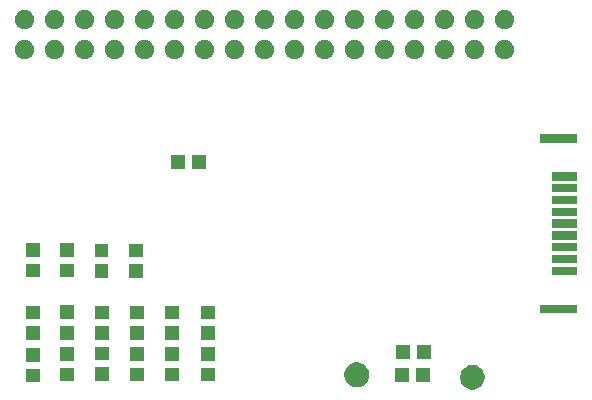
<source format=gbs>
G04 #@! TF.GenerationSoftware,KiCad,Pcbnew,(5.0.2)-1*
G04 #@! TF.CreationDate,2018-12-31T23:20:11+09:00*
G04 #@! TF.ProjectId,hdmi,68646d69-2e6b-4696-9361-645f70636258,rev?*
G04 #@! TF.SameCoordinates,Original*
G04 #@! TF.FileFunction,Soldermask,Bot*
G04 #@! TF.FilePolarity,Negative*
%FSLAX46Y46*%
G04 Gerber Fmt 4.6, Leading zero omitted, Abs format (unit mm)*
G04 Created by KiCad (PCBNEW (5.0.2)-1) date 2018/12/31 23:20:11*
%MOMM*%
%LPD*%
G01*
G04 APERTURE LIST*
%ADD10C,0.150000*%
G04 APERTURE END LIST*
D10*
G36*
X140506565Y-126989389D02*
X140697834Y-127068615D01*
X140869976Y-127183637D01*
X141016363Y-127330024D01*
X141131385Y-127502166D01*
X141210611Y-127693435D01*
X141251000Y-127896484D01*
X141251000Y-128103516D01*
X141210611Y-128306565D01*
X141131385Y-128497834D01*
X141016363Y-128669976D01*
X140869976Y-128816363D01*
X140697834Y-128931385D01*
X140506565Y-129010611D01*
X140303516Y-129051000D01*
X140096484Y-129051000D01*
X139893435Y-129010611D01*
X139702166Y-128931385D01*
X139530024Y-128816363D01*
X139383637Y-128669976D01*
X139268615Y-128497834D01*
X139189389Y-128306565D01*
X139149000Y-128103516D01*
X139149000Y-127896484D01*
X139189389Y-127693435D01*
X139268615Y-127502166D01*
X139383637Y-127330024D01*
X139530024Y-127183637D01*
X139702166Y-127068615D01*
X139893435Y-126989389D01*
X140096484Y-126949000D01*
X140303516Y-126949000D01*
X140506565Y-126989389D01*
X140506565Y-126989389D01*
G37*
G36*
X130706565Y-126789389D02*
X130897834Y-126868615D01*
X131069976Y-126983637D01*
X131216363Y-127130024D01*
X131331385Y-127302166D01*
X131410611Y-127493435D01*
X131451000Y-127696484D01*
X131451000Y-127903516D01*
X131410611Y-128106565D01*
X131331385Y-128297834D01*
X131216363Y-128469976D01*
X131069976Y-128616363D01*
X130897834Y-128731385D01*
X130706565Y-128810611D01*
X130503516Y-128851000D01*
X130296484Y-128851000D01*
X130093435Y-128810611D01*
X129902166Y-128731385D01*
X129730024Y-128616363D01*
X129583637Y-128469976D01*
X129468615Y-128297834D01*
X129389389Y-128106565D01*
X129349000Y-127903516D01*
X129349000Y-127696484D01*
X129389389Y-127493435D01*
X129468615Y-127302166D01*
X129583637Y-127130024D01*
X129730024Y-126983637D01*
X129902166Y-126868615D01*
X130093435Y-126789389D01*
X130296484Y-126749000D01*
X130503516Y-126749000D01*
X130706565Y-126789389D01*
X130706565Y-126789389D01*
G37*
G36*
X103590750Y-128449270D02*
X102409250Y-128449270D01*
X102409250Y-127298250D01*
X103590750Y-127298250D01*
X103590750Y-128449270D01*
X103590750Y-128449270D01*
G37*
G36*
X134821750Y-128410750D02*
X133670730Y-128410750D01*
X133670730Y-127229250D01*
X134821750Y-127229250D01*
X134821750Y-128410750D01*
X134821750Y-128410750D01*
G37*
G36*
X136569270Y-128410750D02*
X135418250Y-128410750D01*
X135418250Y-127229250D01*
X136569270Y-127229250D01*
X136569270Y-128410750D01*
X136569270Y-128410750D01*
G37*
G36*
X118390750Y-128349270D02*
X117209250Y-128349270D01*
X117209250Y-127198250D01*
X118390750Y-127198250D01*
X118390750Y-128349270D01*
X118390750Y-128349270D01*
G37*
G36*
X112390750Y-128349270D02*
X111209250Y-128349270D01*
X111209250Y-127198250D01*
X112390750Y-127198250D01*
X112390750Y-128349270D01*
X112390750Y-128349270D01*
G37*
G36*
X106490750Y-128349270D02*
X105309250Y-128349270D01*
X105309250Y-127198250D01*
X106490750Y-127198250D01*
X106490750Y-128349270D01*
X106490750Y-128349270D01*
G37*
G36*
X115390750Y-128349270D02*
X114209250Y-128349270D01*
X114209250Y-127198250D01*
X115390750Y-127198250D01*
X115390750Y-128349270D01*
X115390750Y-128349270D01*
G37*
G36*
X109390750Y-128323270D02*
X108209250Y-128323270D01*
X108209250Y-127172250D01*
X109390750Y-127172250D01*
X109390750Y-128323270D01*
X109390750Y-128323270D01*
G37*
G36*
X103590750Y-126701750D02*
X102409250Y-126701750D01*
X102409250Y-125550730D01*
X103590750Y-125550730D01*
X103590750Y-126701750D01*
X103590750Y-126701750D01*
G37*
G36*
X118390750Y-126601750D02*
X117209250Y-126601750D01*
X117209250Y-125450730D01*
X118390750Y-125450730D01*
X118390750Y-126601750D01*
X118390750Y-126601750D01*
G37*
G36*
X115390750Y-126601750D02*
X114209250Y-126601750D01*
X114209250Y-125450730D01*
X115390750Y-125450730D01*
X115390750Y-126601750D01*
X115390750Y-126601750D01*
G37*
G36*
X112390750Y-126601750D02*
X111209250Y-126601750D01*
X111209250Y-125450730D01*
X112390750Y-125450730D01*
X112390750Y-126601750D01*
X112390750Y-126601750D01*
G37*
G36*
X106490750Y-126601750D02*
X105309250Y-126601750D01*
X105309250Y-125450730D01*
X106490750Y-125450730D01*
X106490750Y-126601750D01*
X106490750Y-126601750D01*
G37*
G36*
X109390750Y-126575750D02*
X108209250Y-126575750D01*
X108209250Y-125424730D01*
X109390750Y-125424730D01*
X109390750Y-126575750D01*
X109390750Y-126575750D01*
G37*
G36*
X134901750Y-126490750D02*
X133750730Y-126490750D01*
X133750730Y-125309250D01*
X134901750Y-125309250D01*
X134901750Y-126490750D01*
X134901750Y-126490750D01*
G37*
G36*
X136649270Y-126490750D02*
X135498250Y-126490750D01*
X135498250Y-125309250D01*
X136649270Y-125309250D01*
X136649270Y-126490750D01*
X136649270Y-126490750D01*
G37*
G36*
X112390750Y-124849270D02*
X111209250Y-124849270D01*
X111209250Y-123698250D01*
X112390750Y-123698250D01*
X112390750Y-124849270D01*
X112390750Y-124849270D01*
G37*
G36*
X115390750Y-124849270D02*
X114209250Y-124849270D01*
X114209250Y-123698250D01*
X115390750Y-123698250D01*
X115390750Y-124849270D01*
X115390750Y-124849270D01*
G37*
G36*
X118390750Y-124849270D02*
X117209250Y-124849270D01*
X117209250Y-123698250D01*
X118390750Y-123698250D01*
X118390750Y-124849270D01*
X118390750Y-124849270D01*
G37*
G36*
X103590750Y-124849270D02*
X102409250Y-124849270D01*
X102409250Y-123698250D01*
X103590750Y-123698250D01*
X103590750Y-124849270D01*
X103590750Y-124849270D01*
G37*
G36*
X109390750Y-124849270D02*
X108209250Y-124849270D01*
X108209250Y-123698250D01*
X109390750Y-123698250D01*
X109390750Y-124849270D01*
X109390750Y-124849270D01*
G37*
G36*
X106490750Y-124823270D02*
X105309250Y-124823270D01*
X105309250Y-123672250D01*
X106490750Y-123672250D01*
X106490750Y-124823270D01*
X106490750Y-124823270D01*
G37*
G36*
X112390750Y-123101750D02*
X111209250Y-123101750D01*
X111209250Y-121950730D01*
X112390750Y-121950730D01*
X112390750Y-123101750D01*
X112390750Y-123101750D01*
G37*
G36*
X103590750Y-123101750D02*
X102409250Y-123101750D01*
X102409250Y-121950730D01*
X103590750Y-121950730D01*
X103590750Y-123101750D01*
X103590750Y-123101750D01*
G37*
G36*
X118390750Y-123101750D02*
X117209250Y-123101750D01*
X117209250Y-121950730D01*
X118390750Y-121950730D01*
X118390750Y-123101750D01*
X118390750Y-123101750D01*
G37*
G36*
X109390750Y-123101750D02*
X108209250Y-123101750D01*
X108209250Y-121950730D01*
X109390750Y-121950730D01*
X109390750Y-123101750D01*
X109390750Y-123101750D01*
G37*
G36*
X115390750Y-123101750D02*
X114209250Y-123101750D01*
X114209250Y-121950730D01*
X115390750Y-121950730D01*
X115390750Y-123101750D01*
X115390750Y-123101750D01*
G37*
G36*
X106490750Y-123075750D02*
X105309250Y-123075750D01*
X105309250Y-121924730D01*
X106490750Y-121924730D01*
X106490750Y-123075750D01*
X106490750Y-123075750D01*
G37*
G36*
X149051000Y-122551000D02*
X145949000Y-122551000D01*
X145949000Y-121849000D01*
X149051000Y-121849000D01*
X149051000Y-122551000D01*
X149051000Y-122551000D01*
G37*
G36*
X112310750Y-119609270D02*
X111129250Y-119609270D01*
X111129250Y-118458250D01*
X112310750Y-118458250D01*
X112310750Y-119609270D01*
X112310750Y-119609270D01*
G37*
G36*
X109380750Y-119589270D02*
X108199250Y-119589270D01*
X108199250Y-118438250D01*
X109380750Y-118438250D01*
X109380750Y-119589270D01*
X109380750Y-119589270D01*
G37*
G36*
X106440750Y-119549270D02*
X105259250Y-119549270D01*
X105259250Y-118398250D01*
X106440750Y-118398250D01*
X106440750Y-119549270D01*
X106440750Y-119549270D01*
G37*
G36*
X103580750Y-119539270D02*
X102399250Y-119539270D01*
X102399250Y-118388250D01*
X103580750Y-118388250D01*
X103580750Y-119539270D01*
X103580750Y-119539270D01*
G37*
G36*
X149051000Y-119351000D02*
X146949000Y-119351000D01*
X146949000Y-118649000D01*
X149051000Y-118649000D01*
X149051000Y-119351000D01*
X149051000Y-119351000D01*
G37*
G36*
X149051000Y-118351000D02*
X146949000Y-118351000D01*
X146949000Y-117649000D01*
X149051000Y-117649000D01*
X149051000Y-118351000D01*
X149051000Y-118351000D01*
G37*
G36*
X112310750Y-117861750D02*
X111129250Y-117861750D01*
X111129250Y-116710730D01*
X112310750Y-116710730D01*
X112310750Y-117861750D01*
X112310750Y-117861750D01*
G37*
G36*
X109380750Y-117841750D02*
X108199250Y-117841750D01*
X108199250Y-116690730D01*
X109380750Y-116690730D01*
X109380750Y-117841750D01*
X109380750Y-117841750D01*
G37*
G36*
X106440750Y-117801750D02*
X105259250Y-117801750D01*
X105259250Y-116650730D01*
X106440750Y-116650730D01*
X106440750Y-117801750D01*
X106440750Y-117801750D01*
G37*
G36*
X103580750Y-117791750D02*
X102399250Y-117791750D01*
X102399250Y-116640730D01*
X103580750Y-116640730D01*
X103580750Y-117791750D01*
X103580750Y-117791750D01*
G37*
G36*
X149051000Y-117351000D02*
X146949000Y-117351000D01*
X146949000Y-116649000D01*
X149051000Y-116649000D01*
X149051000Y-117351000D01*
X149051000Y-117351000D01*
G37*
G36*
X149051000Y-116351000D02*
X146949000Y-116351000D01*
X146949000Y-115649000D01*
X149051000Y-115649000D01*
X149051000Y-116351000D01*
X149051000Y-116351000D01*
G37*
G36*
X149051000Y-115351000D02*
X146949000Y-115351000D01*
X146949000Y-114649000D01*
X149051000Y-114649000D01*
X149051000Y-115351000D01*
X149051000Y-115351000D01*
G37*
G36*
X149051000Y-114351000D02*
X146949000Y-114351000D01*
X146949000Y-113649000D01*
X149051000Y-113649000D01*
X149051000Y-114351000D01*
X149051000Y-114351000D01*
G37*
G36*
X149051000Y-113351000D02*
X146949000Y-113351000D01*
X146949000Y-112649000D01*
X149051000Y-112649000D01*
X149051000Y-113351000D01*
X149051000Y-113351000D01*
G37*
G36*
X149051000Y-112351000D02*
X146949000Y-112351000D01*
X146949000Y-111649000D01*
X149051000Y-111649000D01*
X149051000Y-112351000D01*
X149051000Y-112351000D01*
G37*
G36*
X149051000Y-111351000D02*
X146949000Y-111351000D01*
X146949000Y-110649000D01*
X149051000Y-110649000D01*
X149051000Y-111351000D01*
X149051000Y-111351000D01*
G37*
G36*
X117609270Y-110400750D02*
X116458250Y-110400750D01*
X116458250Y-109219250D01*
X117609270Y-109219250D01*
X117609270Y-110400750D01*
X117609270Y-110400750D01*
G37*
G36*
X115861750Y-110400750D02*
X114710730Y-110400750D01*
X114710730Y-109219250D01*
X115861750Y-109219250D01*
X115861750Y-110400750D01*
X115861750Y-110400750D01*
G37*
G36*
X149051000Y-108151000D02*
X145949000Y-108151000D01*
X145949000Y-107449000D01*
X149051000Y-107449000D01*
X149051000Y-108151000D01*
X149051000Y-108151000D01*
G37*
G36*
X125377142Y-99488242D02*
X125525102Y-99549530D01*
X125658258Y-99638502D01*
X125771498Y-99751742D01*
X125860470Y-99884898D01*
X125921758Y-100032858D01*
X125953000Y-100189925D01*
X125953000Y-100350075D01*
X125921758Y-100507142D01*
X125860470Y-100655102D01*
X125771498Y-100788258D01*
X125658258Y-100901498D01*
X125525102Y-100990470D01*
X125377142Y-101051758D01*
X125220075Y-101083000D01*
X125059925Y-101083000D01*
X124902858Y-101051758D01*
X124754898Y-100990470D01*
X124621742Y-100901498D01*
X124508502Y-100788258D01*
X124419530Y-100655102D01*
X124358242Y-100507142D01*
X124327000Y-100350075D01*
X124327000Y-100189925D01*
X124358242Y-100032858D01*
X124419530Y-99884898D01*
X124508502Y-99751742D01*
X124621742Y-99638502D01*
X124754898Y-99549530D01*
X124902858Y-99488242D01*
X125059925Y-99457000D01*
X125220075Y-99457000D01*
X125377142Y-99488242D01*
X125377142Y-99488242D01*
G37*
G36*
X130457142Y-99488242D02*
X130605102Y-99549530D01*
X130738258Y-99638502D01*
X130851498Y-99751742D01*
X130940470Y-99884898D01*
X131001758Y-100032858D01*
X131033000Y-100189925D01*
X131033000Y-100350075D01*
X131001758Y-100507142D01*
X130940470Y-100655102D01*
X130851498Y-100788258D01*
X130738258Y-100901498D01*
X130605102Y-100990470D01*
X130457142Y-101051758D01*
X130300075Y-101083000D01*
X130139925Y-101083000D01*
X129982858Y-101051758D01*
X129834898Y-100990470D01*
X129701742Y-100901498D01*
X129588502Y-100788258D01*
X129499530Y-100655102D01*
X129438242Y-100507142D01*
X129407000Y-100350075D01*
X129407000Y-100189925D01*
X129438242Y-100032858D01*
X129499530Y-99884898D01*
X129588502Y-99751742D01*
X129701742Y-99638502D01*
X129834898Y-99549530D01*
X129982858Y-99488242D01*
X130139925Y-99457000D01*
X130300075Y-99457000D01*
X130457142Y-99488242D01*
X130457142Y-99488242D01*
G37*
G36*
X132997142Y-99488242D02*
X133145102Y-99549530D01*
X133278258Y-99638502D01*
X133391498Y-99751742D01*
X133480470Y-99884898D01*
X133541758Y-100032858D01*
X133573000Y-100189925D01*
X133573000Y-100350075D01*
X133541758Y-100507142D01*
X133480470Y-100655102D01*
X133391498Y-100788258D01*
X133278258Y-100901498D01*
X133145102Y-100990470D01*
X132997142Y-101051758D01*
X132840075Y-101083000D01*
X132679925Y-101083000D01*
X132522858Y-101051758D01*
X132374898Y-100990470D01*
X132241742Y-100901498D01*
X132128502Y-100788258D01*
X132039530Y-100655102D01*
X131978242Y-100507142D01*
X131947000Y-100350075D01*
X131947000Y-100189925D01*
X131978242Y-100032858D01*
X132039530Y-99884898D01*
X132128502Y-99751742D01*
X132241742Y-99638502D01*
X132374898Y-99549530D01*
X132522858Y-99488242D01*
X132679925Y-99457000D01*
X132840075Y-99457000D01*
X132997142Y-99488242D01*
X132997142Y-99488242D01*
G37*
G36*
X127917142Y-99488242D02*
X128065102Y-99549530D01*
X128198258Y-99638502D01*
X128311498Y-99751742D01*
X128400470Y-99884898D01*
X128461758Y-100032858D01*
X128493000Y-100189925D01*
X128493000Y-100350075D01*
X128461758Y-100507142D01*
X128400470Y-100655102D01*
X128311498Y-100788258D01*
X128198258Y-100901498D01*
X128065102Y-100990470D01*
X127917142Y-101051758D01*
X127760075Y-101083000D01*
X127599925Y-101083000D01*
X127442858Y-101051758D01*
X127294898Y-100990470D01*
X127161742Y-100901498D01*
X127048502Y-100788258D01*
X126959530Y-100655102D01*
X126898242Y-100507142D01*
X126867000Y-100350075D01*
X126867000Y-100189925D01*
X126898242Y-100032858D01*
X126959530Y-99884898D01*
X127048502Y-99751742D01*
X127161742Y-99638502D01*
X127294898Y-99549530D01*
X127442858Y-99488242D01*
X127599925Y-99457000D01*
X127760075Y-99457000D01*
X127917142Y-99488242D01*
X127917142Y-99488242D01*
G37*
G36*
X122837142Y-99488242D02*
X122985102Y-99549530D01*
X123118258Y-99638502D01*
X123231498Y-99751742D01*
X123320470Y-99884898D01*
X123381758Y-100032858D01*
X123413000Y-100189925D01*
X123413000Y-100350075D01*
X123381758Y-100507142D01*
X123320470Y-100655102D01*
X123231498Y-100788258D01*
X123118258Y-100901498D01*
X122985102Y-100990470D01*
X122837142Y-101051758D01*
X122680075Y-101083000D01*
X122519925Y-101083000D01*
X122362858Y-101051758D01*
X122214898Y-100990470D01*
X122081742Y-100901498D01*
X121968502Y-100788258D01*
X121879530Y-100655102D01*
X121818242Y-100507142D01*
X121787000Y-100350075D01*
X121787000Y-100189925D01*
X121818242Y-100032858D01*
X121879530Y-99884898D01*
X121968502Y-99751742D01*
X122081742Y-99638502D01*
X122214898Y-99549530D01*
X122362858Y-99488242D01*
X122519925Y-99457000D01*
X122680075Y-99457000D01*
X122837142Y-99488242D01*
X122837142Y-99488242D01*
G37*
G36*
X117757142Y-99488242D02*
X117905102Y-99549530D01*
X118038258Y-99638502D01*
X118151498Y-99751742D01*
X118240470Y-99884898D01*
X118301758Y-100032858D01*
X118333000Y-100189925D01*
X118333000Y-100350075D01*
X118301758Y-100507142D01*
X118240470Y-100655102D01*
X118151498Y-100788258D01*
X118038258Y-100901498D01*
X117905102Y-100990470D01*
X117757142Y-101051758D01*
X117600075Y-101083000D01*
X117439925Y-101083000D01*
X117282858Y-101051758D01*
X117134898Y-100990470D01*
X117001742Y-100901498D01*
X116888502Y-100788258D01*
X116799530Y-100655102D01*
X116738242Y-100507142D01*
X116707000Y-100350075D01*
X116707000Y-100189925D01*
X116738242Y-100032858D01*
X116799530Y-99884898D01*
X116888502Y-99751742D01*
X117001742Y-99638502D01*
X117134898Y-99549530D01*
X117282858Y-99488242D01*
X117439925Y-99457000D01*
X117600075Y-99457000D01*
X117757142Y-99488242D01*
X117757142Y-99488242D01*
G37*
G36*
X115217142Y-99488242D02*
X115365102Y-99549530D01*
X115498258Y-99638502D01*
X115611498Y-99751742D01*
X115700470Y-99884898D01*
X115761758Y-100032858D01*
X115793000Y-100189925D01*
X115793000Y-100350075D01*
X115761758Y-100507142D01*
X115700470Y-100655102D01*
X115611498Y-100788258D01*
X115498258Y-100901498D01*
X115365102Y-100990470D01*
X115217142Y-101051758D01*
X115060075Y-101083000D01*
X114899925Y-101083000D01*
X114742858Y-101051758D01*
X114594898Y-100990470D01*
X114461742Y-100901498D01*
X114348502Y-100788258D01*
X114259530Y-100655102D01*
X114198242Y-100507142D01*
X114167000Y-100350075D01*
X114167000Y-100189925D01*
X114198242Y-100032858D01*
X114259530Y-99884898D01*
X114348502Y-99751742D01*
X114461742Y-99638502D01*
X114594898Y-99549530D01*
X114742858Y-99488242D01*
X114899925Y-99457000D01*
X115060075Y-99457000D01*
X115217142Y-99488242D01*
X115217142Y-99488242D01*
G37*
G36*
X112677142Y-99488242D02*
X112825102Y-99549530D01*
X112958258Y-99638502D01*
X113071498Y-99751742D01*
X113160470Y-99884898D01*
X113221758Y-100032858D01*
X113253000Y-100189925D01*
X113253000Y-100350075D01*
X113221758Y-100507142D01*
X113160470Y-100655102D01*
X113071498Y-100788258D01*
X112958258Y-100901498D01*
X112825102Y-100990470D01*
X112677142Y-101051758D01*
X112520075Y-101083000D01*
X112359925Y-101083000D01*
X112202858Y-101051758D01*
X112054898Y-100990470D01*
X111921742Y-100901498D01*
X111808502Y-100788258D01*
X111719530Y-100655102D01*
X111658242Y-100507142D01*
X111627000Y-100350075D01*
X111627000Y-100189925D01*
X111658242Y-100032858D01*
X111719530Y-99884898D01*
X111808502Y-99751742D01*
X111921742Y-99638502D01*
X112054898Y-99549530D01*
X112202858Y-99488242D01*
X112359925Y-99457000D01*
X112520075Y-99457000D01*
X112677142Y-99488242D01*
X112677142Y-99488242D01*
G37*
G36*
X107597142Y-99488242D02*
X107745102Y-99549530D01*
X107878258Y-99638502D01*
X107991498Y-99751742D01*
X108080470Y-99884898D01*
X108141758Y-100032858D01*
X108173000Y-100189925D01*
X108173000Y-100350075D01*
X108141758Y-100507142D01*
X108080470Y-100655102D01*
X107991498Y-100788258D01*
X107878258Y-100901498D01*
X107745102Y-100990470D01*
X107597142Y-101051758D01*
X107440075Y-101083000D01*
X107279925Y-101083000D01*
X107122858Y-101051758D01*
X106974898Y-100990470D01*
X106841742Y-100901498D01*
X106728502Y-100788258D01*
X106639530Y-100655102D01*
X106578242Y-100507142D01*
X106547000Y-100350075D01*
X106547000Y-100189925D01*
X106578242Y-100032858D01*
X106639530Y-99884898D01*
X106728502Y-99751742D01*
X106841742Y-99638502D01*
X106974898Y-99549530D01*
X107122858Y-99488242D01*
X107279925Y-99457000D01*
X107440075Y-99457000D01*
X107597142Y-99488242D01*
X107597142Y-99488242D01*
G37*
G36*
X110137142Y-99488242D02*
X110285102Y-99549530D01*
X110418258Y-99638502D01*
X110531498Y-99751742D01*
X110620470Y-99884898D01*
X110681758Y-100032858D01*
X110713000Y-100189925D01*
X110713000Y-100350075D01*
X110681758Y-100507142D01*
X110620470Y-100655102D01*
X110531498Y-100788258D01*
X110418258Y-100901498D01*
X110285102Y-100990470D01*
X110137142Y-101051758D01*
X109980075Y-101083000D01*
X109819925Y-101083000D01*
X109662858Y-101051758D01*
X109514898Y-100990470D01*
X109381742Y-100901498D01*
X109268502Y-100788258D01*
X109179530Y-100655102D01*
X109118242Y-100507142D01*
X109087000Y-100350075D01*
X109087000Y-100189925D01*
X109118242Y-100032858D01*
X109179530Y-99884898D01*
X109268502Y-99751742D01*
X109381742Y-99638502D01*
X109514898Y-99549530D01*
X109662858Y-99488242D01*
X109819925Y-99457000D01*
X109980075Y-99457000D01*
X110137142Y-99488242D01*
X110137142Y-99488242D01*
G37*
G36*
X120297142Y-99488242D02*
X120445102Y-99549530D01*
X120578258Y-99638502D01*
X120691498Y-99751742D01*
X120780470Y-99884898D01*
X120841758Y-100032858D01*
X120873000Y-100189925D01*
X120873000Y-100350075D01*
X120841758Y-100507142D01*
X120780470Y-100655102D01*
X120691498Y-100788258D01*
X120578258Y-100901498D01*
X120445102Y-100990470D01*
X120297142Y-101051758D01*
X120140075Y-101083000D01*
X119979925Y-101083000D01*
X119822858Y-101051758D01*
X119674898Y-100990470D01*
X119541742Y-100901498D01*
X119428502Y-100788258D01*
X119339530Y-100655102D01*
X119278242Y-100507142D01*
X119247000Y-100350075D01*
X119247000Y-100189925D01*
X119278242Y-100032858D01*
X119339530Y-99884898D01*
X119428502Y-99751742D01*
X119541742Y-99638502D01*
X119674898Y-99549530D01*
X119822858Y-99488242D01*
X119979925Y-99457000D01*
X120140075Y-99457000D01*
X120297142Y-99488242D01*
X120297142Y-99488242D01*
G37*
G36*
X135537142Y-99488242D02*
X135685102Y-99549530D01*
X135818258Y-99638502D01*
X135931498Y-99751742D01*
X136020470Y-99884898D01*
X136081758Y-100032858D01*
X136113000Y-100189925D01*
X136113000Y-100350075D01*
X136081758Y-100507142D01*
X136020470Y-100655102D01*
X135931498Y-100788258D01*
X135818258Y-100901498D01*
X135685102Y-100990470D01*
X135537142Y-101051758D01*
X135380075Y-101083000D01*
X135219925Y-101083000D01*
X135062858Y-101051758D01*
X134914898Y-100990470D01*
X134781742Y-100901498D01*
X134668502Y-100788258D01*
X134579530Y-100655102D01*
X134518242Y-100507142D01*
X134487000Y-100350075D01*
X134487000Y-100189925D01*
X134518242Y-100032858D01*
X134579530Y-99884898D01*
X134668502Y-99751742D01*
X134781742Y-99638502D01*
X134914898Y-99549530D01*
X135062858Y-99488242D01*
X135219925Y-99457000D01*
X135380075Y-99457000D01*
X135537142Y-99488242D01*
X135537142Y-99488242D01*
G37*
G36*
X138077142Y-99488242D02*
X138225102Y-99549530D01*
X138358258Y-99638502D01*
X138471498Y-99751742D01*
X138560470Y-99884898D01*
X138621758Y-100032858D01*
X138653000Y-100189925D01*
X138653000Y-100350075D01*
X138621758Y-100507142D01*
X138560470Y-100655102D01*
X138471498Y-100788258D01*
X138358258Y-100901498D01*
X138225102Y-100990470D01*
X138077142Y-101051758D01*
X137920075Y-101083000D01*
X137759925Y-101083000D01*
X137602858Y-101051758D01*
X137454898Y-100990470D01*
X137321742Y-100901498D01*
X137208502Y-100788258D01*
X137119530Y-100655102D01*
X137058242Y-100507142D01*
X137027000Y-100350075D01*
X137027000Y-100189925D01*
X137058242Y-100032858D01*
X137119530Y-99884898D01*
X137208502Y-99751742D01*
X137321742Y-99638502D01*
X137454898Y-99549530D01*
X137602858Y-99488242D01*
X137759925Y-99457000D01*
X137920075Y-99457000D01*
X138077142Y-99488242D01*
X138077142Y-99488242D01*
G37*
G36*
X140617142Y-99488242D02*
X140765102Y-99549530D01*
X140898258Y-99638502D01*
X141011498Y-99751742D01*
X141100470Y-99884898D01*
X141161758Y-100032858D01*
X141193000Y-100189925D01*
X141193000Y-100350075D01*
X141161758Y-100507142D01*
X141100470Y-100655102D01*
X141011498Y-100788258D01*
X140898258Y-100901498D01*
X140765102Y-100990470D01*
X140617142Y-101051758D01*
X140460075Y-101083000D01*
X140299925Y-101083000D01*
X140142858Y-101051758D01*
X139994898Y-100990470D01*
X139861742Y-100901498D01*
X139748502Y-100788258D01*
X139659530Y-100655102D01*
X139598242Y-100507142D01*
X139567000Y-100350075D01*
X139567000Y-100189925D01*
X139598242Y-100032858D01*
X139659530Y-99884898D01*
X139748502Y-99751742D01*
X139861742Y-99638502D01*
X139994898Y-99549530D01*
X140142858Y-99488242D01*
X140299925Y-99457000D01*
X140460075Y-99457000D01*
X140617142Y-99488242D01*
X140617142Y-99488242D01*
G37*
G36*
X143157142Y-99488242D02*
X143305102Y-99549530D01*
X143438258Y-99638502D01*
X143551498Y-99751742D01*
X143640470Y-99884898D01*
X143701758Y-100032858D01*
X143733000Y-100189925D01*
X143733000Y-100350075D01*
X143701758Y-100507142D01*
X143640470Y-100655102D01*
X143551498Y-100788258D01*
X143438258Y-100901498D01*
X143305102Y-100990470D01*
X143157142Y-101051758D01*
X143000075Y-101083000D01*
X142839925Y-101083000D01*
X142682858Y-101051758D01*
X142534898Y-100990470D01*
X142401742Y-100901498D01*
X142288502Y-100788258D01*
X142199530Y-100655102D01*
X142138242Y-100507142D01*
X142107000Y-100350075D01*
X142107000Y-100189925D01*
X142138242Y-100032858D01*
X142199530Y-99884898D01*
X142288502Y-99751742D01*
X142401742Y-99638502D01*
X142534898Y-99549530D01*
X142682858Y-99488242D01*
X142839925Y-99457000D01*
X143000075Y-99457000D01*
X143157142Y-99488242D01*
X143157142Y-99488242D01*
G37*
G36*
X102517142Y-99488242D02*
X102665102Y-99549530D01*
X102798258Y-99638502D01*
X102911498Y-99751742D01*
X103000470Y-99884898D01*
X103061758Y-100032858D01*
X103093000Y-100189925D01*
X103093000Y-100350075D01*
X103061758Y-100507142D01*
X103000470Y-100655102D01*
X102911498Y-100788258D01*
X102798258Y-100901498D01*
X102665102Y-100990470D01*
X102517142Y-101051758D01*
X102360075Y-101083000D01*
X102199925Y-101083000D01*
X102042858Y-101051758D01*
X101894898Y-100990470D01*
X101761742Y-100901498D01*
X101648502Y-100788258D01*
X101559530Y-100655102D01*
X101498242Y-100507142D01*
X101467000Y-100350075D01*
X101467000Y-100189925D01*
X101498242Y-100032858D01*
X101559530Y-99884898D01*
X101648502Y-99751742D01*
X101761742Y-99638502D01*
X101894898Y-99549530D01*
X102042858Y-99488242D01*
X102199925Y-99457000D01*
X102360075Y-99457000D01*
X102517142Y-99488242D01*
X102517142Y-99488242D01*
G37*
G36*
X105057142Y-99488242D02*
X105205102Y-99549530D01*
X105338258Y-99638502D01*
X105451498Y-99751742D01*
X105540470Y-99884898D01*
X105601758Y-100032858D01*
X105633000Y-100189925D01*
X105633000Y-100350075D01*
X105601758Y-100507142D01*
X105540470Y-100655102D01*
X105451498Y-100788258D01*
X105338258Y-100901498D01*
X105205102Y-100990470D01*
X105057142Y-101051758D01*
X104900075Y-101083000D01*
X104739925Y-101083000D01*
X104582858Y-101051758D01*
X104434898Y-100990470D01*
X104301742Y-100901498D01*
X104188502Y-100788258D01*
X104099530Y-100655102D01*
X104038242Y-100507142D01*
X104007000Y-100350075D01*
X104007000Y-100189925D01*
X104038242Y-100032858D01*
X104099530Y-99884898D01*
X104188502Y-99751742D01*
X104301742Y-99638502D01*
X104434898Y-99549530D01*
X104582858Y-99488242D01*
X104739925Y-99457000D01*
X104900075Y-99457000D01*
X105057142Y-99488242D01*
X105057142Y-99488242D01*
G37*
G36*
X143157142Y-96948242D02*
X143305102Y-97009530D01*
X143438258Y-97098502D01*
X143551498Y-97211742D01*
X143640470Y-97344898D01*
X143701758Y-97492858D01*
X143733000Y-97649925D01*
X143733000Y-97810075D01*
X143701758Y-97967142D01*
X143640470Y-98115102D01*
X143551498Y-98248258D01*
X143438258Y-98361498D01*
X143305102Y-98450470D01*
X143157142Y-98511758D01*
X143000075Y-98543000D01*
X142839925Y-98543000D01*
X142682858Y-98511758D01*
X142534898Y-98450470D01*
X142401742Y-98361498D01*
X142288502Y-98248258D01*
X142199530Y-98115102D01*
X142138242Y-97967142D01*
X142107000Y-97810075D01*
X142107000Y-97649925D01*
X142138242Y-97492858D01*
X142199530Y-97344898D01*
X142288502Y-97211742D01*
X142401742Y-97098502D01*
X142534898Y-97009530D01*
X142682858Y-96948242D01*
X142839925Y-96917000D01*
X143000075Y-96917000D01*
X143157142Y-96948242D01*
X143157142Y-96948242D01*
G37*
G36*
X127917142Y-96948242D02*
X128065102Y-97009530D01*
X128198258Y-97098502D01*
X128311498Y-97211742D01*
X128400470Y-97344898D01*
X128461758Y-97492858D01*
X128493000Y-97649925D01*
X128493000Y-97810075D01*
X128461758Y-97967142D01*
X128400470Y-98115102D01*
X128311498Y-98248258D01*
X128198258Y-98361498D01*
X128065102Y-98450470D01*
X127917142Y-98511758D01*
X127760075Y-98543000D01*
X127599925Y-98543000D01*
X127442858Y-98511758D01*
X127294898Y-98450470D01*
X127161742Y-98361498D01*
X127048502Y-98248258D01*
X126959530Y-98115102D01*
X126898242Y-97967142D01*
X126867000Y-97810075D01*
X126867000Y-97649925D01*
X126898242Y-97492858D01*
X126959530Y-97344898D01*
X127048502Y-97211742D01*
X127161742Y-97098502D01*
X127294898Y-97009530D01*
X127442858Y-96948242D01*
X127599925Y-96917000D01*
X127760075Y-96917000D01*
X127917142Y-96948242D01*
X127917142Y-96948242D01*
G37*
G36*
X105057142Y-96948242D02*
X105205102Y-97009530D01*
X105338258Y-97098502D01*
X105451498Y-97211742D01*
X105540470Y-97344898D01*
X105601758Y-97492858D01*
X105633000Y-97649925D01*
X105633000Y-97810075D01*
X105601758Y-97967142D01*
X105540470Y-98115102D01*
X105451498Y-98248258D01*
X105338258Y-98361498D01*
X105205102Y-98450470D01*
X105057142Y-98511758D01*
X104900075Y-98543000D01*
X104739925Y-98543000D01*
X104582858Y-98511758D01*
X104434898Y-98450470D01*
X104301742Y-98361498D01*
X104188502Y-98248258D01*
X104099530Y-98115102D01*
X104038242Y-97967142D01*
X104007000Y-97810075D01*
X104007000Y-97649925D01*
X104038242Y-97492858D01*
X104099530Y-97344898D01*
X104188502Y-97211742D01*
X104301742Y-97098502D01*
X104434898Y-97009530D01*
X104582858Y-96948242D01*
X104739925Y-96917000D01*
X104900075Y-96917000D01*
X105057142Y-96948242D01*
X105057142Y-96948242D01*
G37*
G36*
X107597142Y-96948242D02*
X107745102Y-97009530D01*
X107878258Y-97098502D01*
X107991498Y-97211742D01*
X108080470Y-97344898D01*
X108141758Y-97492858D01*
X108173000Y-97649925D01*
X108173000Y-97810075D01*
X108141758Y-97967142D01*
X108080470Y-98115102D01*
X107991498Y-98248258D01*
X107878258Y-98361498D01*
X107745102Y-98450470D01*
X107597142Y-98511758D01*
X107440075Y-98543000D01*
X107279925Y-98543000D01*
X107122858Y-98511758D01*
X106974898Y-98450470D01*
X106841742Y-98361498D01*
X106728502Y-98248258D01*
X106639530Y-98115102D01*
X106578242Y-97967142D01*
X106547000Y-97810075D01*
X106547000Y-97649925D01*
X106578242Y-97492858D01*
X106639530Y-97344898D01*
X106728502Y-97211742D01*
X106841742Y-97098502D01*
X106974898Y-97009530D01*
X107122858Y-96948242D01*
X107279925Y-96917000D01*
X107440075Y-96917000D01*
X107597142Y-96948242D01*
X107597142Y-96948242D01*
G37*
G36*
X130457142Y-96948242D02*
X130605102Y-97009530D01*
X130738258Y-97098502D01*
X130851498Y-97211742D01*
X130940470Y-97344898D01*
X131001758Y-97492858D01*
X131033000Y-97649925D01*
X131033000Y-97810075D01*
X131001758Y-97967142D01*
X130940470Y-98115102D01*
X130851498Y-98248258D01*
X130738258Y-98361498D01*
X130605102Y-98450470D01*
X130457142Y-98511758D01*
X130300075Y-98543000D01*
X130139925Y-98543000D01*
X129982858Y-98511758D01*
X129834898Y-98450470D01*
X129701742Y-98361498D01*
X129588502Y-98248258D01*
X129499530Y-98115102D01*
X129438242Y-97967142D01*
X129407000Y-97810075D01*
X129407000Y-97649925D01*
X129438242Y-97492858D01*
X129499530Y-97344898D01*
X129588502Y-97211742D01*
X129701742Y-97098502D01*
X129834898Y-97009530D01*
X129982858Y-96948242D01*
X130139925Y-96917000D01*
X130300075Y-96917000D01*
X130457142Y-96948242D01*
X130457142Y-96948242D01*
G37*
G36*
X110137142Y-96948242D02*
X110285102Y-97009530D01*
X110418258Y-97098502D01*
X110531498Y-97211742D01*
X110620470Y-97344898D01*
X110681758Y-97492858D01*
X110713000Y-97649925D01*
X110713000Y-97810075D01*
X110681758Y-97967142D01*
X110620470Y-98115102D01*
X110531498Y-98248258D01*
X110418258Y-98361498D01*
X110285102Y-98450470D01*
X110137142Y-98511758D01*
X109980075Y-98543000D01*
X109819925Y-98543000D01*
X109662858Y-98511758D01*
X109514898Y-98450470D01*
X109381742Y-98361498D01*
X109268502Y-98248258D01*
X109179530Y-98115102D01*
X109118242Y-97967142D01*
X109087000Y-97810075D01*
X109087000Y-97649925D01*
X109118242Y-97492858D01*
X109179530Y-97344898D01*
X109268502Y-97211742D01*
X109381742Y-97098502D01*
X109514898Y-97009530D01*
X109662858Y-96948242D01*
X109819925Y-96917000D01*
X109980075Y-96917000D01*
X110137142Y-96948242D01*
X110137142Y-96948242D01*
G37*
G36*
X132997142Y-96948242D02*
X133145102Y-97009530D01*
X133278258Y-97098502D01*
X133391498Y-97211742D01*
X133480470Y-97344898D01*
X133541758Y-97492858D01*
X133573000Y-97649925D01*
X133573000Y-97810075D01*
X133541758Y-97967142D01*
X133480470Y-98115102D01*
X133391498Y-98248258D01*
X133278258Y-98361498D01*
X133145102Y-98450470D01*
X132997142Y-98511758D01*
X132840075Y-98543000D01*
X132679925Y-98543000D01*
X132522858Y-98511758D01*
X132374898Y-98450470D01*
X132241742Y-98361498D01*
X132128502Y-98248258D01*
X132039530Y-98115102D01*
X131978242Y-97967142D01*
X131947000Y-97810075D01*
X131947000Y-97649925D01*
X131978242Y-97492858D01*
X132039530Y-97344898D01*
X132128502Y-97211742D01*
X132241742Y-97098502D01*
X132374898Y-97009530D01*
X132522858Y-96948242D01*
X132679925Y-96917000D01*
X132840075Y-96917000D01*
X132997142Y-96948242D01*
X132997142Y-96948242D01*
G37*
G36*
X112677142Y-96948242D02*
X112825102Y-97009530D01*
X112958258Y-97098502D01*
X113071498Y-97211742D01*
X113160470Y-97344898D01*
X113221758Y-97492858D01*
X113253000Y-97649925D01*
X113253000Y-97810075D01*
X113221758Y-97967142D01*
X113160470Y-98115102D01*
X113071498Y-98248258D01*
X112958258Y-98361498D01*
X112825102Y-98450470D01*
X112677142Y-98511758D01*
X112520075Y-98543000D01*
X112359925Y-98543000D01*
X112202858Y-98511758D01*
X112054898Y-98450470D01*
X111921742Y-98361498D01*
X111808502Y-98248258D01*
X111719530Y-98115102D01*
X111658242Y-97967142D01*
X111627000Y-97810075D01*
X111627000Y-97649925D01*
X111658242Y-97492858D01*
X111719530Y-97344898D01*
X111808502Y-97211742D01*
X111921742Y-97098502D01*
X112054898Y-97009530D01*
X112202858Y-96948242D01*
X112359925Y-96917000D01*
X112520075Y-96917000D01*
X112677142Y-96948242D01*
X112677142Y-96948242D01*
G37*
G36*
X138077142Y-96948242D02*
X138225102Y-97009530D01*
X138358258Y-97098502D01*
X138471498Y-97211742D01*
X138560470Y-97344898D01*
X138621758Y-97492858D01*
X138653000Y-97649925D01*
X138653000Y-97810075D01*
X138621758Y-97967142D01*
X138560470Y-98115102D01*
X138471498Y-98248258D01*
X138358258Y-98361498D01*
X138225102Y-98450470D01*
X138077142Y-98511758D01*
X137920075Y-98543000D01*
X137759925Y-98543000D01*
X137602858Y-98511758D01*
X137454898Y-98450470D01*
X137321742Y-98361498D01*
X137208502Y-98248258D01*
X137119530Y-98115102D01*
X137058242Y-97967142D01*
X137027000Y-97810075D01*
X137027000Y-97649925D01*
X137058242Y-97492858D01*
X137119530Y-97344898D01*
X137208502Y-97211742D01*
X137321742Y-97098502D01*
X137454898Y-97009530D01*
X137602858Y-96948242D01*
X137759925Y-96917000D01*
X137920075Y-96917000D01*
X138077142Y-96948242D01*
X138077142Y-96948242D01*
G37*
G36*
X115217142Y-96948242D02*
X115365102Y-97009530D01*
X115498258Y-97098502D01*
X115611498Y-97211742D01*
X115700470Y-97344898D01*
X115761758Y-97492858D01*
X115793000Y-97649925D01*
X115793000Y-97810075D01*
X115761758Y-97967142D01*
X115700470Y-98115102D01*
X115611498Y-98248258D01*
X115498258Y-98361498D01*
X115365102Y-98450470D01*
X115217142Y-98511758D01*
X115060075Y-98543000D01*
X114899925Y-98543000D01*
X114742858Y-98511758D01*
X114594898Y-98450470D01*
X114461742Y-98361498D01*
X114348502Y-98248258D01*
X114259530Y-98115102D01*
X114198242Y-97967142D01*
X114167000Y-97810075D01*
X114167000Y-97649925D01*
X114198242Y-97492858D01*
X114259530Y-97344898D01*
X114348502Y-97211742D01*
X114461742Y-97098502D01*
X114594898Y-97009530D01*
X114742858Y-96948242D01*
X114899925Y-96917000D01*
X115060075Y-96917000D01*
X115217142Y-96948242D01*
X115217142Y-96948242D01*
G37*
G36*
X140617142Y-96948242D02*
X140765102Y-97009530D01*
X140898258Y-97098502D01*
X141011498Y-97211742D01*
X141100470Y-97344898D01*
X141161758Y-97492858D01*
X141193000Y-97649925D01*
X141193000Y-97810075D01*
X141161758Y-97967142D01*
X141100470Y-98115102D01*
X141011498Y-98248258D01*
X140898258Y-98361498D01*
X140765102Y-98450470D01*
X140617142Y-98511758D01*
X140460075Y-98543000D01*
X140299925Y-98543000D01*
X140142858Y-98511758D01*
X139994898Y-98450470D01*
X139861742Y-98361498D01*
X139748502Y-98248258D01*
X139659530Y-98115102D01*
X139598242Y-97967142D01*
X139567000Y-97810075D01*
X139567000Y-97649925D01*
X139598242Y-97492858D01*
X139659530Y-97344898D01*
X139748502Y-97211742D01*
X139861742Y-97098502D01*
X139994898Y-97009530D01*
X140142858Y-96948242D01*
X140299925Y-96917000D01*
X140460075Y-96917000D01*
X140617142Y-96948242D01*
X140617142Y-96948242D01*
G37*
G36*
X117757142Y-96948242D02*
X117905102Y-97009530D01*
X118038258Y-97098502D01*
X118151498Y-97211742D01*
X118240470Y-97344898D01*
X118301758Y-97492858D01*
X118333000Y-97649925D01*
X118333000Y-97810075D01*
X118301758Y-97967142D01*
X118240470Y-98115102D01*
X118151498Y-98248258D01*
X118038258Y-98361498D01*
X117905102Y-98450470D01*
X117757142Y-98511758D01*
X117600075Y-98543000D01*
X117439925Y-98543000D01*
X117282858Y-98511758D01*
X117134898Y-98450470D01*
X117001742Y-98361498D01*
X116888502Y-98248258D01*
X116799530Y-98115102D01*
X116738242Y-97967142D01*
X116707000Y-97810075D01*
X116707000Y-97649925D01*
X116738242Y-97492858D01*
X116799530Y-97344898D01*
X116888502Y-97211742D01*
X117001742Y-97098502D01*
X117134898Y-97009530D01*
X117282858Y-96948242D01*
X117439925Y-96917000D01*
X117600075Y-96917000D01*
X117757142Y-96948242D01*
X117757142Y-96948242D01*
G37*
G36*
X120297142Y-96948242D02*
X120445102Y-97009530D01*
X120578258Y-97098502D01*
X120691498Y-97211742D01*
X120780470Y-97344898D01*
X120841758Y-97492858D01*
X120873000Y-97649925D01*
X120873000Y-97810075D01*
X120841758Y-97967142D01*
X120780470Y-98115102D01*
X120691498Y-98248258D01*
X120578258Y-98361498D01*
X120445102Y-98450470D01*
X120297142Y-98511758D01*
X120140075Y-98543000D01*
X119979925Y-98543000D01*
X119822858Y-98511758D01*
X119674898Y-98450470D01*
X119541742Y-98361498D01*
X119428502Y-98248258D01*
X119339530Y-98115102D01*
X119278242Y-97967142D01*
X119247000Y-97810075D01*
X119247000Y-97649925D01*
X119278242Y-97492858D01*
X119339530Y-97344898D01*
X119428502Y-97211742D01*
X119541742Y-97098502D01*
X119674898Y-97009530D01*
X119822858Y-96948242D01*
X119979925Y-96917000D01*
X120140075Y-96917000D01*
X120297142Y-96948242D01*
X120297142Y-96948242D01*
G37*
G36*
X122837142Y-96948242D02*
X122985102Y-97009530D01*
X123118258Y-97098502D01*
X123231498Y-97211742D01*
X123320470Y-97344898D01*
X123381758Y-97492858D01*
X123413000Y-97649925D01*
X123413000Y-97810075D01*
X123381758Y-97967142D01*
X123320470Y-98115102D01*
X123231498Y-98248258D01*
X123118258Y-98361498D01*
X122985102Y-98450470D01*
X122837142Y-98511758D01*
X122680075Y-98543000D01*
X122519925Y-98543000D01*
X122362858Y-98511758D01*
X122214898Y-98450470D01*
X122081742Y-98361498D01*
X121968502Y-98248258D01*
X121879530Y-98115102D01*
X121818242Y-97967142D01*
X121787000Y-97810075D01*
X121787000Y-97649925D01*
X121818242Y-97492858D01*
X121879530Y-97344898D01*
X121968502Y-97211742D01*
X122081742Y-97098502D01*
X122214898Y-97009530D01*
X122362858Y-96948242D01*
X122519925Y-96917000D01*
X122680075Y-96917000D01*
X122837142Y-96948242D01*
X122837142Y-96948242D01*
G37*
G36*
X102517142Y-96948242D02*
X102665102Y-97009530D01*
X102798258Y-97098502D01*
X102911498Y-97211742D01*
X103000470Y-97344898D01*
X103061758Y-97492858D01*
X103093000Y-97649925D01*
X103093000Y-97810075D01*
X103061758Y-97967142D01*
X103000470Y-98115102D01*
X102911498Y-98248258D01*
X102798258Y-98361498D01*
X102665102Y-98450470D01*
X102517142Y-98511758D01*
X102360075Y-98543000D01*
X102199925Y-98543000D01*
X102042858Y-98511758D01*
X101894898Y-98450470D01*
X101761742Y-98361498D01*
X101648502Y-98248258D01*
X101559530Y-98115102D01*
X101498242Y-97967142D01*
X101467000Y-97810075D01*
X101467000Y-97649925D01*
X101498242Y-97492858D01*
X101559530Y-97344898D01*
X101648502Y-97211742D01*
X101761742Y-97098502D01*
X101894898Y-97009530D01*
X102042858Y-96948242D01*
X102199925Y-96917000D01*
X102360075Y-96917000D01*
X102517142Y-96948242D01*
X102517142Y-96948242D01*
G37*
G36*
X125377142Y-96948242D02*
X125525102Y-97009530D01*
X125658258Y-97098502D01*
X125771498Y-97211742D01*
X125860470Y-97344898D01*
X125921758Y-97492858D01*
X125953000Y-97649925D01*
X125953000Y-97810075D01*
X125921758Y-97967142D01*
X125860470Y-98115102D01*
X125771498Y-98248258D01*
X125658258Y-98361498D01*
X125525102Y-98450470D01*
X125377142Y-98511758D01*
X125220075Y-98543000D01*
X125059925Y-98543000D01*
X124902858Y-98511758D01*
X124754898Y-98450470D01*
X124621742Y-98361498D01*
X124508502Y-98248258D01*
X124419530Y-98115102D01*
X124358242Y-97967142D01*
X124327000Y-97810075D01*
X124327000Y-97649925D01*
X124358242Y-97492858D01*
X124419530Y-97344898D01*
X124508502Y-97211742D01*
X124621742Y-97098502D01*
X124754898Y-97009530D01*
X124902858Y-96948242D01*
X125059925Y-96917000D01*
X125220075Y-96917000D01*
X125377142Y-96948242D01*
X125377142Y-96948242D01*
G37*
G36*
X135537142Y-96948242D02*
X135685102Y-97009530D01*
X135818258Y-97098502D01*
X135931498Y-97211742D01*
X136020470Y-97344898D01*
X136081758Y-97492858D01*
X136113000Y-97649925D01*
X136113000Y-97810075D01*
X136081758Y-97967142D01*
X136020470Y-98115102D01*
X135931498Y-98248258D01*
X135818258Y-98361498D01*
X135685102Y-98450470D01*
X135537142Y-98511758D01*
X135380075Y-98543000D01*
X135219925Y-98543000D01*
X135062858Y-98511758D01*
X134914898Y-98450470D01*
X134781742Y-98361498D01*
X134668502Y-98248258D01*
X134579530Y-98115102D01*
X134518242Y-97967142D01*
X134487000Y-97810075D01*
X134487000Y-97649925D01*
X134518242Y-97492858D01*
X134579530Y-97344898D01*
X134668502Y-97211742D01*
X134781742Y-97098502D01*
X134914898Y-97009530D01*
X135062858Y-96948242D01*
X135219925Y-96917000D01*
X135380075Y-96917000D01*
X135537142Y-96948242D01*
X135537142Y-96948242D01*
G37*
M02*

</source>
